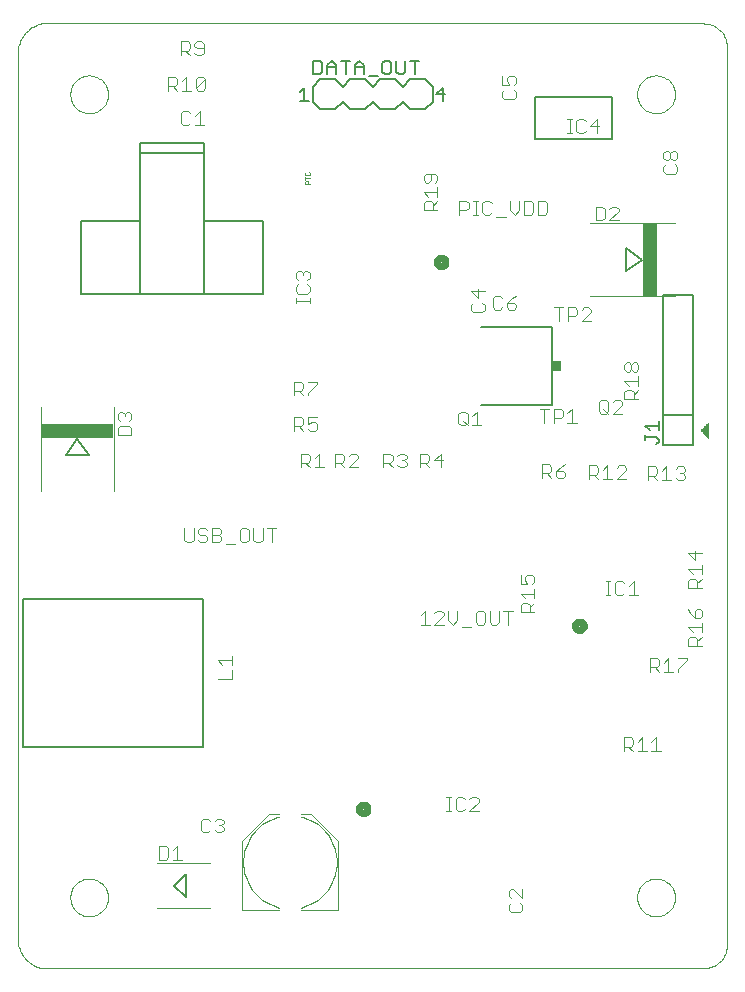
<source format=gto>
G75*
G70*
%OFA0B0*%
%FSLAX24Y24*%
%IPPOS*%
%LPD*%
%AMOC8*
5,1,8,0,0,1.08239X$1,22.5*
%
%ADD10C,0.0000*%
%ADD11C,0.0240*%
%ADD12C,0.0060*%
%ADD13C,0.0050*%
%ADD14C,0.0025*%
%ADD15C,0.0040*%
%ADD16C,0.0010*%
%ADD17C,0.0080*%
%ADD18R,0.0300X0.0340*%
%ADD19R,0.0492X0.2441*%
%ADD20R,0.2441X0.0492*%
D10*
X015719Y008027D02*
X015719Y037160D01*
X015718Y037160D02*
X015708Y037220D01*
X015702Y037280D01*
X015699Y037341D01*
X015700Y037401D01*
X015704Y037462D01*
X015713Y037522D01*
X015724Y037581D01*
X015740Y037640D01*
X015759Y037698D01*
X015781Y037754D01*
X015807Y037809D01*
X015836Y037862D01*
X015868Y037914D01*
X015903Y037963D01*
X015941Y038011D01*
X015982Y038055D01*
X016025Y038098D01*
X016071Y038137D01*
X016119Y038174D01*
X016170Y038208D01*
X016222Y038238D01*
X016276Y038266D01*
X016332Y038290D01*
X016389Y038311D01*
X016447Y038328D01*
X016506Y038342D01*
X038553Y038342D01*
X038553Y038341D02*
X038607Y038339D01*
X038660Y038334D01*
X038713Y038325D01*
X038765Y038312D01*
X038817Y038296D01*
X038867Y038276D01*
X038915Y038253D01*
X038962Y038226D01*
X039007Y038197D01*
X039050Y038164D01*
X039090Y038129D01*
X039128Y038091D01*
X039163Y038051D01*
X039196Y038008D01*
X039225Y037963D01*
X039252Y037916D01*
X039275Y037868D01*
X039295Y037818D01*
X039311Y037766D01*
X039324Y037714D01*
X039333Y037661D01*
X039338Y037608D01*
X039340Y037554D01*
X039341Y037554D02*
X039341Y007633D01*
X039340Y007633D02*
X039338Y007579D01*
X039333Y007526D01*
X039324Y007473D01*
X039311Y007421D01*
X039295Y007369D01*
X039275Y007319D01*
X039252Y007271D01*
X039225Y007224D01*
X039196Y007179D01*
X039163Y007136D01*
X039128Y007096D01*
X039090Y007058D01*
X039050Y007023D01*
X039007Y006990D01*
X038962Y006961D01*
X038915Y006934D01*
X038867Y006911D01*
X038817Y006891D01*
X038765Y006875D01*
X038713Y006862D01*
X038660Y006853D01*
X038607Y006848D01*
X038553Y006846D01*
X016506Y006846D01*
X016506Y006845D02*
X016447Y006859D01*
X016389Y006876D01*
X016332Y006897D01*
X016276Y006921D01*
X016222Y006949D01*
X016170Y006979D01*
X016119Y007013D01*
X016071Y007050D01*
X016025Y007089D01*
X015982Y007132D01*
X015941Y007176D01*
X015903Y007224D01*
X015868Y007273D01*
X015836Y007325D01*
X015807Y007378D01*
X015781Y007433D01*
X015759Y007489D01*
X015740Y007547D01*
X015724Y007606D01*
X015713Y007665D01*
X015704Y007725D01*
X015700Y007786D01*
X015699Y007846D01*
X015702Y007907D01*
X015708Y007967D01*
X015718Y008027D01*
X017451Y009208D02*
X017453Y009258D01*
X017459Y009308D01*
X017469Y009357D01*
X017483Y009405D01*
X017500Y009452D01*
X017521Y009497D01*
X017546Y009541D01*
X017574Y009582D01*
X017606Y009621D01*
X017640Y009658D01*
X017677Y009692D01*
X017717Y009722D01*
X017759Y009749D01*
X017803Y009773D01*
X017849Y009794D01*
X017896Y009810D01*
X017944Y009823D01*
X017994Y009832D01*
X018043Y009837D01*
X018094Y009838D01*
X018144Y009835D01*
X018193Y009828D01*
X018242Y009817D01*
X018290Y009802D01*
X018336Y009784D01*
X018381Y009762D01*
X018424Y009736D01*
X018465Y009707D01*
X018504Y009675D01*
X018540Y009640D01*
X018572Y009602D01*
X018602Y009562D01*
X018629Y009519D01*
X018652Y009475D01*
X018671Y009429D01*
X018687Y009381D01*
X018699Y009332D01*
X018707Y009283D01*
X018711Y009233D01*
X018711Y009183D01*
X018707Y009133D01*
X018699Y009084D01*
X018687Y009035D01*
X018671Y008987D01*
X018652Y008941D01*
X018629Y008897D01*
X018602Y008854D01*
X018572Y008814D01*
X018540Y008776D01*
X018504Y008741D01*
X018465Y008709D01*
X018424Y008680D01*
X018381Y008654D01*
X018336Y008632D01*
X018290Y008614D01*
X018242Y008599D01*
X018193Y008588D01*
X018144Y008581D01*
X018094Y008578D01*
X018043Y008579D01*
X017994Y008584D01*
X017944Y008593D01*
X017896Y008606D01*
X017849Y008622D01*
X017803Y008643D01*
X017759Y008667D01*
X017717Y008694D01*
X017677Y008724D01*
X017640Y008758D01*
X017606Y008795D01*
X017574Y008834D01*
X017546Y008875D01*
X017521Y008919D01*
X017500Y008964D01*
X017483Y009011D01*
X017469Y009059D01*
X017459Y009108D01*
X017453Y009158D01*
X017451Y009208D01*
X036349Y009208D02*
X036351Y009258D01*
X036357Y009308D01*
X036367Y009357D01*
X036381Y009405D01*
X036398Y009452D01*
X036419Y009497D01*
X036444Y009541D01*
X036472Y009582D01*
X036504Y009621D01*
X036538Y009658D01*
X036575Y009692D01*
X036615Y009722D01*
X036657Y009749D01*
X036701Y009773D01*
X036747Y009794D01*
X036794Y009810D01*
X036842Y009823D01*
X036892Y009832D01*
X036941Y009837D01*
X036992Y009838D01*
X037042Y009835D01*
X037091Y009828D01*
X037140Y009817D01*
X037188Y009802D01*
X037234Y009784D01*
X037279Y009762D01*
X037322Y009736D01*
X037363Y009707D01*
X037402Y009675D01*
X037438Y009640D01*
X037470Y009602D01*
X037500Y009562D01*
X037527Y009519D01*
X037550Y009475D01*
X037569Y009429D01*
X037585Y009381D01*
X037597Y009332D01*
X037605Y009283D01*
X037609Y009233D01*
X037609Y009183D01*
X037605Y009133D01*
X037597Y009084D01*
X037585Y009035D01*
X037569Y008987D01*
X037550Y008941D01*
X037527Y008897D01*
X037500Y008854D01*
X037470Y008814D01*
X037438Y008776D01*
X037402Y008741D01*
X037363Y008709D01*
X037322Y008680D01*
X037279Y008654D01*
X037234Y008632D01*
X037188Y008614D01*
X037140Y008599D01*
X037091Y008588D01*
X037042Y008581D01*
X036992Y008578D01*
X036941Y008579D01*
X036892Y008584D01*
X036842Y008593D01*
X036794Y008606D01*
X036747Y008622D01*
X036701Y008643D01*
X036657Y008667D01*
X036615Y008694D01*
X036575Y008724D01*
X036538Y008758D01*
X036504Y008795D01*
X036472Y008834D01*
X036444Y008875D01*
X036419Y008919D01*
X036398Y008964D01*
X036381Y009011D01*
X036367Y009059D01*
X036357Y009108D01*
X036351Y009158D01*
X036349Y009208D01*
X036349Y035979D02*
X036351Y036029D01*
X036357Y036079D01*
X036367Y036128D01*
X036381Y036176D01*
X036398Y036223D01*
X036419Y036268D01*
X036444Y036312D01*
X036472Y036353D01*
X036504Y036392D01*
X036538Y036429D01*
X036575Y036463D01*
X036615Y036493D01*
X036657Y036520D01*
X036701Y036544D01*
X036747Y036565D01*
X036794Y036581D01*
X036842Y036594D01*
X036892Y036603D01*
X036941Y036608D01*
X036992Y036609D01*
X037042Y036606D01*
X037091Y036599D01*
X037140Y036588D01*
X037188Y036573D01*
X037234Y036555D01*
X037279Y036533D01*
X037322Y036507D01*
X037363Y036478D01*
X037402Y036446D01*
X037438Y036411D01*
X037470Y036373D01*
X037500Y036333D01*
X037527Y036290D01*
X037550Y036246D01*
X037569Y036200D01*
X037585Y036152D01*
X037597Y036103D01*
X037605Y036054D01*
X037609Y036004D01*
X037609Y035954D01*
X037605Y035904D01*
X037597Y035855D01*
X037585Y035806D01*
X037569Y035758D01*
X037550Y035712D01*
X037527Y035668D01*
X037500Y035625D01*
X037470Y035585D01*
X037438Y035547D01*
X037402Y035512D01*
X037363Y035480D01*
X037322Y035451D01*
X037279Y035425D01*
X037234Y035403D01*
X037188Y035385D01*
X037140Y035370D01*
X037091Y035359D01*
X037042Y035352D01*
X036992Y035349D01*
X036941Y035350D01*
X036892Y035355D01*
X036842Y035364D01*
X036794Y035377D01*
X036747Y035393D01*
X036701Y035414D01*
X036657Y035438D01*
X036615Y035465D01*
X036575Y035495D01*
X036538Y035529D01*
X036504Y035566D01*
X036472Y035605D01*
X036444Y035646D01*
X036419Y035690D01*
X036398Y035735D01*
X036381Y035782D01*
X036367Y035830D01*
X036357Y035879D01*
X036351Y035929D01*
X036349Y035979D01*
X017451Y035979D02*
X017453Y036029D01*
X017459Y036079D01*
X017469Y036128D01*
X017483Y036176D01*
X017500Y036223D01*
X017521Y036268D01*
X017546Y036312D01*
X017574Y036353D01*
X017606Y036392D01*
X017640Y036429D01*
X017677Y036463D01*
X017717Y036493D01*
X017759Y036520D01*
X017803Y036544D01*
X017849Y036565D01*
X017896Y036581D01*
X017944Y036594D01*
X017994Y036603D01*
X018043Y036608D01*
X018094Y036609D01*
X018144Y036606D01*
X018193Y036599D01*
X018242Y036588D01*
X018290Y036573D01*
X018336Y036555D01*
X018381Y036533D01*
X018424Y036507D01*
X018465Y036478D01*
X018504Y036446D01*
X018540Y036411D01*
X018572Y036373D01*
X018602Y036333D01*
X018629Y036290D01*
X018652Y036246D01*
X018671Y036200D01*
X018687Y036152D01*
X018699Y036103D01*
X018707Y036054D01*
X018711Y036004D01*
X018711Y035954D01*
X018707Y035904D01*
X018699Y035855D01*
X018687Y035806D01*
X018671Y035758D01*
X018652Y035712D01*
X018629Y035668D01*
X018602Y035625D01*
X018572Y035585D01*
X018540Y035547D01*
X018504Y035512D01*
X018465Y035480D01*
X018424Y035451D01*
X018381Y035425D01*
X018336Y035403D01*
X018290Y035385D01*
X018242Y035370D01*
X018193Y035359D01*
X018144Y035352D01*
X018094Y035349D01*
X018043Y035350D01*
X017994Y035355D01*
X017944Y035364D01*
X017896Y035377D01*
X017849Y035393D01*
X017803Y035414D01*
X017759Y035438D01*
X017717Y035465D01*
X017677Y035495D01*
X017640Y035529D01*
X017606Y035566D01*
X017574Y035605D01*
X017546Y035646D01*
X017521Y035690D01*
X017500Y035735D01*
X017483Y035782D01*
X017469Y035830D01*
X017459Y035879D01*
X017453Y035929D01*
X017451Y035979D01*
D11*
X029671Y030389D02*
X029673Y030412D01*
X029679Y030435D01*
X029688Y030457D01*
X029701Y030476D01*
X029717Y030493D01*
X029735Y030508D01*
X029756Y030519D01*
X029778Y030527D01*
X029801Y030531D01*
X029825Y030531D01*
X029848Y030527D01*
X029870Y030519D01*
X029891Y030508D01*
X029909Y030493D01*
X029925Y030476D01*
X029938Y030457D01*
X029947Y030435D01*
X029953Y030412D01*
X029955Y030389D01*
X029953Y030366D01*
X029947Y030343D01*
X029938Y030321D01*
X029925Y030302D01*
X029909Y030285D01*
X029891Y030270D01*
X029870Y030259D01*
X029848Y030251D01*
X029825Y030247D01*
X029801Y030247D01*
X029778Y030251D01*
X029756Y030259D01*
X029735Y030270D01*
X029717Y030285D01*
X029701Y030302D01*
X029688Y030321D01*
X029679Y030343D01*
X029673Y030366D01*
X029671Y030389D01*
X034278Y018263D02*
X034280Y018286D01*
X034286Y018309D01*
X034295Y018331D01*
X034308Y018350D01*
X034324Y018367D01*
X034342Y018382D01*
X034363Y018393D01*
X034385Y018401D01*
X034408Y018405D01*
X034432Y018405D01*
X034455Y018401D01*
X034477Y018393D01*
X034498Y018382D01*
X034516Y018367D01*
X034532Y018350D01*
X034545Y018331D01*
X034554Y018309D01*
X034560Y018286D01*
X034562Y018263D01*
X034560Y018240D01*
X034554Y018217D01*
X034545Y018195D01*
X034532Y018176D01*
X034516Y018159D01*
X034498Y018144D01*
X034477Y018133D01*
X034455Y018125D01*
X034432Y018121D01*
X034408Y018121D01*
X034385Y018125D01*
X034363Y018133D01*
X034342Y018144D01*
X034324Y018159D01*
X034308Y018176D01*
X034295Y018195D01*
X034286Y018217D01*
X034280Y018240D01*
X034278Y018263D01*
X027073Y012160D02*
X027075Y012183D01*
X027081Y012206D01*
X027090Y012228D01*
X027103Y012247D01*
X027119Y012264D01*
X027137Y012279D01*
X027158Y012290D01*
X027180Y012298D01*
X027203Y012302D01*
X027227Y012302D01*
X027250Y012298D01*
X027272Y012290D01*
X027293Y012279D01*
X027311Y012264D01*
X027327Y012247D01*
X027340Y012228D01*
X027349Y012206D01*
X027355Y012183D01*
X027357Y012160D01*
X027355Y012137D01*
X027349Y012114D01*
X027340Y012092D01*
X027327Y012073D01*
X027311Y012056D01*
X027293Y012041D01*
X027272Y012030D01*
X027250Y012022D01*
X027227Y012018D01*
X027203Y012018D01*
X027180Y012022D01*
X027158Y012030D01*
X027137Y012041D01*
X027119Y012056D01*
X027103Y012073D01*
X027090Y012092D01*
X027081Y012114D01*
X027075Y012137D01*
X027073Y012160D01*
D12*
X037215Y024290D02*
X037215Y025290D01*
X038215Y025290D01*
X038215Y024290D01*
X037215Y024290D01*
X037215Y025290D02*
X037215Y029290D01*
X038215Y029290D01*
X038215Y025290D01*
X029280Y035479D02*
X028780Y035479D01*
X028530Y035729D01*
X028280Y035479D01*
X027780Y035479D01*
X027530Y035729D01*
X027280Y035479D01*
X026780Y035479D01*
X026530Y035729D01*
X026280Y035479D01*
X025780Y035479D01*
X025530Y035729D01*
X025530Y036229D01*
X025780Y036479D01*
X026280Y036479D01*
X026530Y036229D01*
X026780Y036479D01*
X027280Y036479D01*
X027530Y036229D01*
X027780Y036479D01*
X028280Y036479D01*
X028530Y036229D01*
X028780Y036479D01*
X029280Y036479D01*
X029530Y036229D01*
X029530Y035729D01*
X029280Y035479D01*
D13*
X029655Y035980D02*
X029955Y035980D01*
X029880Y036205D02*
X029655Y035980D01*
X029880Y035754D02*
X029880Y036205D01*
X028928Y036654D02*
X028928Y037105D01*
X028778Y037105D02*
X029078Y037105D01*
X028617Y037105D02*
X028617Y036729D01*
X028542Y036654D01*
X028392Y036654D01*
X028317Y036729D01*
X028317Y037105D01*
X028157Y037030D02*
X028082Y037105D01*
X027932Y037105D01*
X027857Y037030D01*
X027857Y036729D01*
X027932Y036654D01*
X028082Y036654D01*
X028157Y036729D01*
X028157Y037030D01*
X027697Y036579D02*
X027396Y036579D01*
X027236Y036654D02*
X027236Y036955D01*
X027086Y037105D01*
X026936Y036955D01*
X026936Y036654D01*
X026936Y036880D02*
X027236Y036880D01*
X026776Y037105D02*
X026476Y037105D01*
X026626Y037105D02*
X026626Y036654D01*
X026315Y036654D02*
X026315Y036955D01*
X026165Y037105D01*
X026015Y036955D01*
X026015Y036654D01*
X025855Y036729D02*
X025855Y037030D01*
X025780Y037105D01*
X025555Y037105D01*
X025555Y036654D01*
X025780Y036654D01*
X025855Y036729D01*
X026015Y036880D02*
X026315Y036880D01*
X025255Y036205D02*
X025255Y035754D01*
X025105Y035754D02*
X025405Y035754D01*
X025105Y036055D02*
X025255Y036205D01*
X021900Y034365D02*
X019774Y034365D01*
X019774Y034011D01*
X021900Y034011D01*
X021900Y034365D01*
X021900Y034011D02*
X021900Y031767D01*
X023868Y031767D01*
X023868Y029326D01*
X021900Y029326D01*
X021900Y031767D01*
X019774Y031767D02*
X019774Y029326D01*
X017805Y029326D01*
X017805Y031767D01*
X019774Y031767D01*
X019774Y034011D01*
X019774Y029326D02*
X021900Y029326D01*
X021860Y019149D02*
X015876Y019149D01*
X015876Y014227D01*
X021860Y014227D01*
X021860Y019149D01*
X036614Y024466D02*
X036614Y024616D01*
X036614Y024541D02*
X036990Y024541D01*
X037065Y024466D01*
X037065Y024390D01*
X036990Y024315D01*
X037065Y024776D02*
X037065Y025076D01*
X037065Y024926D02*
X036614Y024926D01*
X036765Y024776D01*
D14*
X038465Y024790D02*
X038715Y025040D01*
X038715Y024540D01*
X038465Y024790D01*
X038468Y024793D02*
X038715Y024793D01*
X038715Y024770D02*
X038486Y024770D01*
X038509Y024746D02*
X038715Y024746D01*
X038715Y024723D02*
X038533Y024723D01*
X038556Y024699D02*
X038715Y024699D01*
X038715Y024676D02*
X038579Y024676D01*
X038603Y024652D02*
X038715Y024652D01*
X038715Y024629D02*
X038626Y024629D01*
X038650Y024605D02*
X038715Y024605D01*
X038715Y024582D02*
X038673Y024582D01*
X038697Y024559D02*
X038715Y024559D01*
X038715Y024817D02*
X038491Y024817D01*
X038514Y024840D02*
X038715Y024840D01*
X038715Y024863D02*
X038538Y024863D01*
X038561Y024887D02*
X038715Y024887D01*
X038715Y024910D02*
X038585Y024910D01*
X038608Y024934D02*
X038715Y024934D01*
X038715Y024957D02*
X038632Y024957D01*
X038655Y024981D02*
X038715Y024981D01*
X038715Y025004D02*
X038679Y025004D01*
X038702Y025028D02*
X038715Y025028D01*
D15*
X037860Y023574D02*
X037937Y023497D01*
X037937Y023420D01*
X037860Y023344D01*
X037937Y023267D01*
X037937Y023190D01*
X037860Y023114D01*
X037707Y023114D01*
X037630Y023190D01*
X037477Y023114D02*
X037170Y023114D01*
X037323Y023114D02*
X037323Y023574D01*
X037170Y023420D01*
X037016Y023344D02*
X037016Y023497D01*
X036939Y023574D01*
X036709Y023574D01*
X036709Y023114D01*
X036709Y023267D02*
X036939Y023267D01*
X037016Y023344D01*
X036863Y023267D02*
X037016Y023114D01*
X037630Y023497D02*
X037707Y023574D01*
X037860Y023574D01*
X037860Y023344D02*
X037783Y023344D01*
X035968Y023460D02*
X035968Y023537D01*
X035892Y023613D01*
X035738Y023613D01*
X035662Y023537D01*
X035968Y023460D02*
X035662Y023153D01*
X035968Y023153D01*
X035508Y023153D02*
X035201Y023153D01*
X035048Y023153D02*
X034894Y023306D01*
X034971Y023306D02*
X034741Y023306D01*
X034741Y023153D02*
X034741Y023613D01*
X034971Y023613D01*
X035048Y023537D01*
X035048Y023383D01*
X034971Y023306D01*
X035201Y023460D02*
X035355Y023613D01*
X035355Y023153D01*
X033946Y023265D02*
X033946Y023342D01*
X033869Y023419D01*
X033639Y023419D01*
X033639Y023265D01*
X033715Y023188D01*
X033869Y023188D01*
X033946Y023265D01*
X033792Y023572D02*
X033639Y023419D01*
X033485Y023419D02*
X033408Y023342D01*
X033178Y023342D01*
X033178Y023188D02*
X033178Y023649D01*
X033408Y023649D01*
X033485Y023572D01*
X033485Y023419D01*
X033332Y023342D02*
X033485Y023188D01*
X033792Y023572D02*
X033946Y023649D01*
X034022Y025035D02*
X034329Y025035D01*
X034175Y025035D02*
X034175Y025495D01*
X034022Y025342D01*
X033868Y025419D02*
X033868Y025265D01*
X033792Y025188D01*
X033561Y025188D01*
X033561Y025035D02*
X033561Y025495D01*
X033792Y025495D01*
X033868Y025419D01*
X033408Y025495D02*
X033101Y025495D01*
X033254Y025495D02*
X033254Y025035D01*
X031152Y024944D02*
X030845Y024944D01*
X030692Y024944D02*
X030538Y025098D01*
X030462Y024944D02*
X030385Y025021D01*
X030385Y025328D01*
X030462Y025405D01*
X030615Y025405D01*
X030692Y025328D01*
X030692Y025021D01*
X030615Y024944D01*
X030462Y024944D01*
X030845Y025251D02*
X030999Y025405D01*
X030999Y024944D01*
X029801Y024007D02*
X029571Y023777D01*
X029878Y023777D01*
X029801Y023547D02*
X029801Y024007D01*
X029418Y023930D02*
X029418Y023777D01*
X029341Y023700D01*
X029111Y023700D01*
X029264Y023700D02*
X029418Y023547D01*
X029111Y023547D02*
X029111Y024007D01*
X029341Y024007D01*
X029418Y023930D01*
X028658Y023930D02*
X028658Y023854D01*
X028581Y023777D01*
X028658Y023700D01*
X028658Y023623D01*
X028581Y023547D01*
X028427Y023547D01*
X028351Y023623D01*
X028197Y023547D02*
X028044Y023700D01*
X028121Y023700D02*
X027890Y023700D01*
X027890Y023547D02*
X027890Y024007D01*
X028121Y024007D01*
X028197Y023930D01*
X028197Y023777D01*
X028121Y023700D01*
X028351Y023930D02*
X028427Y024007D01*
X028581Y024007D01*
X028658Y023930D01*
X028581Y023777D02*
X028504Y023777D01*
X027043Y023854D02*
X027043Y023930D01*
X026967Y024007D01*
X026813Y024007D01*
X026737Y023930D01*
X026583Y023930D02*
X026583Y023777D01*
X026506Y023700D01*
X026276Y023700D01*
X026276Y023547D02*
X026276Y024007D01*
X026506Y024007D01*
X026583Y023930D01*
X026430Y023700D02*
X026583Y023547D01*
X026737Y023547D02*
X027043Y023854D01*
X027043Y023547D02*
X026737Y023547D01*
X025902Y023547D02*
X025595Y023547D01*
X025748Y023547D02*
X025748Y024007D01*
X025595Y023854D01*
X025441Y023930D02*
X025441Y023777D01*
X025365Y023700D01*
X025134Y023700D01*
X025134Y023547D02*
X025134Y024007D01*
X025365Y024007D01*
X025441Y023930D01*
X025288Y023700D02*
X025441Y023547D01*
X025448Y024763D02*
X025371Y024840D01*
X025448Y024763D02*
X025601Y024763D01*
X025678Y024840D01*
X025678Y024993D01*
X025601Y025070D01*
X025524Y025070D01*
X025371Y024993D01*
X025371Y025224D01*
X025678Y025224D01*
X025217Y025147D02*
X025217Y024993D01*
X025141Y024917D01*
X024910Y024917D01*
X024910Y024763D02*
X024910Y025224D01*
X025141Y025224D01*
X025217Y025147D01*
X025064Y024917D02*
X025217Y024763D01*
X025217Y025944D02*
X025064Y026098D01*
X025141Y026098D02*
X024910Y026098D01*
X024910Y025944D02*
X024910Y026405D01*
X025141Y026405D01*
X025217Y026328D01*
X025217Y026174D01*
X025141Y026098D01*
X025371Y026021D02*
X025371Y025944D01*
X025371Y026021D02*
X025678Y026328D01*
X025678Y026405D01*
X025371Y026405D01*
X025434Y029029D02*
X025434Y029182D01*
X025434Y029106D02*
X024974Y029106D01*
X024974Y029182D02*
X024974Y029029D01*
X025051Y029336D02*
X025357Y029336D01*
X025434Y029413D01*
X025434Y029566D01*
X025357Y029643D01*
X025357Y029796D02*
X025434Y029873D01*
X025434Y030026D01*
X025357Y030103D01*
X025281Y030103D01*
X025204Y030026D01*
X025204Y029950D01*
X025204Y030026D02*
X025127Y030103D01*
X025051Y030103D01*
X024974Y030026D01*
X024974Y029873D01*
X025051Y029796D01*
X025051Y029643D02*
X024974Y029566D01*
X024974Y029413D01*
X025051Y029336D01*
X029230Y032112D02*
X029230Y032343D01*
X029307Y032419D01*
X029461Y032419D01*
X029537Y032343D01*
X029537Y032112D01*
X029537Y032266D02*
X029691Y032419D01*
X029691Y032573D02*
X029691Y032880D01*
X029691Y032726D02*
X029230Y032726D01*
X029384Y032573D01*
X029384Y033033D02*
X029307Y033033D01*
X029230Y033110D01*
X029230Y033263D01*
X029307Y033340D01*
X029614Y033340D01*
X029691Y033263D01*
X029691Y033110D01*
X029614Y033033D01*
X029461Y033110D02*
X029461Y033340D01*
X029461Y033110D02*
X029384Y033033D01*
X029230Y032112D02*
X029691Y032112D01*
X030424Y032117D02*
X030654Y032117D01*
X030731Y032194D01*
X030731Y032348D01*
X030654Y032424D01*
X030424Y032424D01*
X030424Y031964D01*
X030884Y031964D02*
X031038Y031964D01*
X030961Y031964D02*
X030961Y032424D01*
X030884Y032424D02*
X031038Y032424D01*
X031191Y032348D02*
X031191Y032041D01*
X031268Y031964D01*
X031421Y031964D01*
X031498Y032041D01*
X031652Y031887D02*
X031958Y031887D01*
X032112Y032117D02*
X032265Y031964D01*
X032419Y032117D01*
X032419Y032424D01*
X032572Y032424D02*
X032802Y032424D01*
X032879Y032348D01*
X032879Y032041D01*
X032802Y031964D01*
X032572Y031964D01*
X032572Y032424D01*
X032112Y032424D02*
X032112Y032117D01*
X031498Y032348D02*
X031421Y032424D01*
X031268Y032424D01*
X031191Y032348D01*
X033033Y032424D02*
X033033Y031964D01*
X033263Y031964D01*
X033340Y032041D01*
X033340Y032348D01*
X033263Y032424D01*
X033033Y032424D01*
X034789Y031690D02*
X037593Y031690D01*
X037602Y033334D02*
X037679Y033411D01*
X037679Y033564D01*
X037602Y033641D01*
X037602Y033794D02*
X037526Y033794D01*
X037449Y033871D01*
X037449Y034025D01*
X037526Y034101D01*
X037602Y034101D01*
X037679Y034025D01*
X037679Y033871D01*
X037602Y033794D01*
X037449Y033871D02*
X037372Y033794D01*
X037295Y033794D01*
X037219Y033871D01*
X037219Y034025D01*
X037295Y034101D01*
X037372Y034101D01*
X037449Y034025D01*
X037295Y033641D02*
X037219Y033564D01*
X037219Y033411D01*
X037295Y033334D01*
X037602Y033334D01*
X035727Y032159D02*
X035650Y032236D01*
X035496Y032236D01*
X035420Y032159D01*
X035266Y032159D02*
X035190Y032236D01*
X034959Y032236D01*
X034959Y031775D01*
X035190Y031775D01*
X035266Y031852D01*
X035266Y032159D01*
X035420Y031775D02*
X035727Y032082D01*
X035727Y032159D01*
X035727Y031775D02*
X035420Y031775D01*
X034789Y029245D02*
X037593Y029245D01*
X036307Y027041D02*
X036384Y026964D01*
X036384Y026811D01*
X036307Y026734D01*
X036230Y026734D01*
X036154Y026811D01*
X036154Y026964D01*
X036230Y027041D01*
X036307Y027041D01*
X036154Y026964D02*
X036077Y027041D01*
X036000Y027041D01*
X035923Y026964D01*
X035923Y026811D01*
X036000Y026734D01*
X036077Y026734D01*
X036154Y026811D01*
X036384Y026580D02*
X036384Y026273D01*
X036384Y026120D02*
X036230Y025967D01*
X036230Y026043D02*
X036230Y025813D01*
X036384Y025813D02*
X035923Y025813D01*
X035923Y026043D01*
X036000Y026120D01*
X036154Y026120D01*
X036230Y026043D01*
X036077Y026273D02*
X035923Y026427D01*
X036384Y026427D01*
X035758Y025792D02*
X035835Y025716D01*
X035835Y025639D01*
X035528Y025332D01*
X035835Y025332D01*
X035374Y025332D02*
X035221Y025486D01*
X035374Y025409D02*
X035298Y025332D01*
X035144Y025332D01*
X035068Y025409D01*
X035068Y025716D01*
X035144Y025792D01*
X035298Y025792D01*
X035374Y025716D01*
X035374Y025409D01*
X035528Y025716D02*
X035605Y025792D01*
X035758Y025792D01*
X034801Y028421D02*
X034494Y028421D01*
X034801Y028728D01*
X034801Y028804D01*
X034724Y028881D01*
X034571Y028881D01*
X034494Y028804D01*
X034341Y028804D02*
X034341Y028651D01*
X034264Y028574D01*
X034034Y028574D01*
X034034Y028421D02*
X034034Y028881D01*
X034264Y028881D01*
X034341Y028804D01*
X033880Y028881D02*
X033573Y028881D01*
X033727Y028881D02*
X033727Y028421D01*
X032313Y028877D02*
X032313Y028954D01*
X032237Y029030D01*
X032006Y029030D01*
X032006Y028877D01*
X032083Y028800D01*
X032237Y028800D01*
X032313Y028877D01*
X032160Y029184D02*
X032006Y029030D01*
X031853Y028877D02*
X031776Y028800D01*
X031623Y028800D01*
X031546Y028877D01*
X031546Y029184D01*
X031623Y029261D01*
X031776Y029261D01*
X031853Y029184D01*
X032160Y029184D02*
X032313Y029261D01*
X031262Y029418D02*
X030801Y029418D01*
X031032Y029188D01*
X031032Y029495D01*
X031185Y029035D02*
X031262Y028958D01*
X031262Y028804D01*
X031185Y028728D01*
X030878Y028728D01*
X030801Y028804D01*
X030801Y028958D01*
X030878Y029035D01*
X034015Y034692D02*
X034168Y034692D01*
X034092Y034692D02*
X034092Y035152D01*
X034168Y035152D02*
X034015Y035152D01*
X034322Y035076D02*
X034322Y034769D01*
X034399Y034692D01*
X034552Y034692D01*
X034629Y034769D01*
X034782Y034922D02*
X035089Y034922D01*
X035013Y034692D02*
X035013Y035152D01*
X034782Y034922D01*
X034629Y035076D02*
X034552Y035152D01*
X034399Y035152D01*
X034322Y035076D01*
X032303Y035905D02*
X032303Y036059D01*
X032226Y036136D01*
X032226Y036289D02*
X032303Y036366D01*
X032303Y036519D01*
X032226Y036596D01*
X032073Y036596D01*
X031996Y036519D01*
X031996Y036442D01*
X032073Y036289D01*
X031843Y036289D01*
X031843Y036596D01*
X031919Y036136D02*
X031843Y036059D01*
X031843Y035905D01*
X031919Y035829D01*
X032226Y035829D01*
X032303Y035905D01*
X021938Y036178D02*
X021861Y036102D01*
X021707Y036102D01*
X021631Y036178D01*
X021938Y036485D01*
X021938Y036178D01*
X021631Y036178D02*
X021631Y036485D01*
X021707Y036562D01*
X021861Y036562D01*
X021938Y036485D01*
X021477Y036102D02*
X021170Y036102D01*
X021017Y036102D02*
X020863Y036255D01*
X020940Y036255D02*
X020710Y036255D01*
X020710Y036102D02*
X020710Y036562D01*
X020940Y036562D01*
X021017Y036485D01*
X021017Y036332D01*
X020940Y036255D01*
X021170Y036409D02*
X021324Y036562D01*
X021324Y036102D01*
X021375Y035420D02*
X021221Y035420D01*
X021145Y035344D01*
X021145Y035037D01*
X021221Y034960D01*
X021375Y034960D01*
X021452Y035037D01*
X021605Y034960D02*
X021912Y034960D01*
X021759Y034960D02*
X021759Y035420D01*
X021605Y035267D01*
X021452Y035344D02*
X021375Y035420D01*
X021438Y037283D02*
X021284Y037436D01*
X021361Y037436D02*
X021131Y037436D01*
X021131Y037283D02*
X021131Y037743D01*
X021361Y037743D01*
X021438Y037667D01*
X021438Y037513D01*
X021361Y037436D01*
X021591Y037360D02*
X021668Y037283D01*
X021822Y037283D01*
X021898Y037360D01*
X021898Y037667D01*
X021822Y037743D01*
X021668Y037743D01*
X021591Y037667D01*
X021591Y037590D01*
X021668Y037513D01*
X021898Y037513D01*
X018910Y025570D02*
X018910Y022767D01*
X019029Y024629D02*
X019029Y024860D01*
X019106Y024936D01*
X019413Y024936D01*
X019490Y024860D01*
X019490Y024629D01*
X019029Y024629D01*
X019106Y025090D02*
X019029Y025167D01*
X019029Y025320D01*
X019106Y025397D01*
X019183Y025397D01*
X019260Y025320D01*
X019336Y025397D01*
X019413Y025397D01*
X019490Y025320D01*
X019490Y025167D01*
X019413Y025090D01*
X019260Y025243D02*
X019260Y025320D01*
X016465Y025570D02*
X016465Y022767D01*
X021251Y021519D02*
X021251Y021135D01*
X021327Y021058D01*
X021481Y021058D01*
X021558Y021135D01*
X021558Y021519D01*
X021711Y021442D02*
X021788Y021519D01*
X021941Y021519D01*
X022018Y021442D01*
X021941Y021289D02*
X022018Y021212D01*
X022018Y021135D01*
X021941Y021058D01*
X021788Y021058D01*
X021711Y021135D01*
X021788Y021289D02*
X021941Y021289D01*
X021788Y021289D02*
X021711Y021365D01*
X021711Y021442D01*
X022171Y021519D02*
X022402Y021519D01*
X022478Y021442D01*
X022478Y021365D01*
X022402Y021289D01*
X022171Y021289D01*
X022171Y021519D02*
X022171Y021058D01*
X022402Y021058D01*
X022478Y021135D01*
X022478Y021212D01*
X022402Y021289D01*
X022632Y020982D02*
X022939Y020982D01*
X023092Y021135D02*
X023169Y021058D01*
X023322Y021058D01*
X023399Y021135D01*
X023399Y021442D01*
X023322Y021519D01*
X023169Y021519D01*
X023092Y021442D01*
X023092Y021135D01*
X023553Y021135D02*
X023553Y021519D01*
X023859Y021519D02*
X023859Y021135D01*
X023783Y021058D01*
X023629Y021058D01*
X023553Y021135D01*
X024013Y021519D02*
X024320Y021519D01*
X024166Y021519D02*
X024166Y021058D01*
X022829Y017263D02*
X022829Y016956D01*
X022829Y017109D02*
X022368Y017109D01*
X022522Y016956D01*
X022829Y016802D02*
X022829Y016495D01*
X022368Y016495D01*
X024065Y012003D02*
X024420Y012003D01*
X024065Y012003D02*
X023160Y011098D01*
X023160Y008775D01*
X024420Y008775D01*
X025128Y008775D02*
X026388Y008775D01*
X026388Y011098D01*
X025483Y012003D01*
X025128Y012003D01*
X025128Y011905D02*
X025205Y011885D01*
X025280Y011862D01*
X025354Y011834D01*
X025426Y011803D01*
X025497Y011768D01*
X025566Y011730D01*
X025632Y011688D01*
X025697Y011643D01*
X025759Y011595D01*
X025819Y011543D01*
X025876Y011489D01*
X025930Y011432D01*
X025982Y011372D01*
X026030Y011310D01*
X026075Y011245D01*
X026116Y011178D01*
X026154Y011109D01*
X026189Y011038D01*
X026220Y010966D01*
X026248Y010892D01*
X026271Y010817D01*
X026291Y010741D01*
X026307Y010663D01*
X026319Y010585D01*
X026327Y010507D01*
X026331Y010428D01*
X026331Y010350D01*
X026327Y010271D01*
X026319Y010193D01*
X026307Y010115D01*
X026291Y010037D01*
X026271Y009961D01*
X026248Y009886D01*
X026220Y009812D01*
X026189Y009740D01*
X026154Y009669D01*
X026116Y009600D01*
X026075Y009533D01*
X026030Y009468D01*
X025982Y009406D01*
X025930Y009346D01*
X025876Y009289D01*
X025819Y009235D01*
X025759Y009183D01*
X025697Y009135D01*
X025632Y009090D01*
X025566Y009048D01*
X025497Y009010D01*
X025426Y008975D01*
X025354Y008944D01*
X025280Y008916D01*
X025205Y008893D01*
X025128Y008873D01*
X024420Y008873D02*
X024343Y008893D01*
X024268Y008916D01*
X024194Y008944D01*
X024122Y008975D01*
X024051Y009010D01*
X023982Y009048D01*
X023916Y009090D01*
X023851Y009135D01*
X023789Y009183D01*
X023729Y009235D01*
X023672Y009289D01*
X023618Y009346D01*
X023566Y009406D01*
X023518Y009468D01*
X023473Y009533D01*
X023432Y009600D01*
X023394Y009669D01*
X023359Y009740D01*
X023328Y009812D01*
X023300Y009886D01*
X023277Y009961D01*
X023257Y010037D01*
X023241Y010115D01*
X023229Y010193D01*
X023221Y010271D01*
X023217Y010350D01*
X023217Y010428D01*
X023221Y010507D01*
X023229Y010585D01*
X023241Y010663D01*
X023257Y010741D01*
X023277Y010817D01*
X023300Y010892D01*
X023328Y010966D01*
X023359Y011038D01*
X023394Y011109D01*
X023432Y011178D01*
X023473Y011245D01*
X023518Y011310D01*
X023566Y011372D01*
X023618Y011432D01*
X023672Y011489D01*
X023729Y011543D01*
X023789Y011595D01*
X023851Y011643D01*
X023916Y011688D01*
X023982Y011730D01*
X024051Y011768D01*
X024122Y011803D01*
X024194Y011834D01*
X024268Y011862D01*
X024343Y011885D01*
X024420Y011905D01*
X022566Y011761D02*
X022566Y011684D01*
X022489Y011608D01*
X022566Y011531D01*
X022566Y011454D01*
X022489Y011377D01*
X022335Y011377D01*
X022259Y011454D01*
X022105Y011454D02*
X022028Y011377D01*
X021875Y011377D01*
X021798Y011454D01*
X021798Y011761D01*
X021875Y011838D01*
X022028Y011838D01*
X022105Y011761D01*
X022259Y011761D02*
X022335Y011838D01*
X022489Y011838D01*
X022566Y011761D01*
X022489Y011608D02*
X022412Y011608D01*
X022121Y010351D02*
X020341Y010351D01*
X020401Y010471D02*
X020631Y010471D01*
X020708Y010548D01*
X020708Y010855D01*
X020631Y010932D01*
X020401Y010932D01*
X020401Y010471D01*
X020861Y010471D02*
X021168Y010471D01*
X021014Y010471D02*
X021014Y010932D01*
X020861Y010778D01*
X020341Y008851D02*
X022121Y008851D01*
X029987Y012090D02*
X030140Y012090D01*
X030064Y012090D02*
X030064Y012550D01*
X030140Y012550D02*
X029987Y012550D01*
X030294Y012474D02*
X030294Y012167D01*
X030370Y012090D01*
X030524Y012090D01*
X030601Y012167D01*
X030754Y012090D02*
X031061Y012397D01*
X031061Y012474D01*
X030984Y012550D01*
X030831Y012550D01*
X030754Y012474D01*
X030601Y012474D02*
X030524Y012550D01*
X030370Y012550D01*
X030294Y012474D01*
X030754Y012090D02*
X031061Y012090D01*
X032138Y009495D02*
X032061Y009418D01*
X032061Y009265D01*
X032138Y009188D01*
X032138Y009035D02*
X032061Y008958D01*
X032061Y008804D01*
X032138Y008728D01*
X032445Y008728D01*
X032522Y008804D01*
X032522Y008958D01*
X032445Y009035D01*
X032522Y009188D02*
X032215Y009495D01*
X032138Y009495D01*
X032522Y009495D02*
X032522Y009188D01*
X035898Y014086D02*
X035898Y014546D01*
X036128Y014546D01*
X036205Y014470D01*
X036205Y014316D01*
X036128Y014239D01*
X035898Y014239D01*
X036052Y014239D02*
X036205Y014086D01*
X036359Y014086D02*
X036666Y014086D01*
X036819Y014086D02*
X037126Y014086D01*
X036972Y014086D02*
X036972Y014546D01*
X036819Y014393D01*
X036512Y014546D02*
X036512Y014086D01*
X036359Y014393D02*
X036512Y014546D01*
X036773Y016732D02*
X036773Y017192D01*
X037003Y017192D01*
X037080Y017115D01*
X037080Y016962D01*
X037003Y016885D01*
X036773Y016885D01*
X036926Y016885D02*
X037080Y016732D01*
X037233Y016732D02*
X037540Y016732D01*
X037387Y016732D02*
X037387Y017192D01*
X037233Y017039D01*
X037694Y017192D02*
X038001Y017192D01*
X038001Y017115D01*
X037694Y016808D01*
X037694Y016732D01*
X038045Y017600D02*
X038045Y017830D01*
X038122Y017907D01*
X038276Y017907D01*
X038352Y017830D01*
X038352Y017600D01*
X038352Y017753D02*
X038506Y017907D01*
X038506Y018060D02*
X038506Y018367D01*
X038506Y018214D02*
X038045Y018214D01*
X038199Y018060D01*
X038276Y018521D02*
X038276Y018751D01*
X038352Y018828D01*
X038429Y018828D01*
X038506Y018751D01*
X038506Y018597D01*
X038429Y018521D01*
X038276Y018521D01*
X038122Y018674D01*
X038045Y018828D01*
X038045Y019529D02*
X038045Y019759D01*
X038122Y019836D01*
X038276Y019836D01*
X038352Y019759D01*
X038352Y019529D01*
X038352Y019682D02*
X038506Y019836D01*
X038506Y019989D02*
X038506Y020296D01*
X038506Y020143D02*
X038045Y020143D01*
X038199Y019989D01*
X038276Y020450D02*
X038276Y020757D01*
X038506Y020680D02*
X038045Y020680D01*
X038276Y020450D01*
X038506Y019529D02*
X038045Y019529D01*
X036378Y019297D02*
X036071Y019297D01*
X036225Y019297D02*
X036225Y019757D01*
X036071Y019604D01*
X035918Y019680D02*
X035841Y019757D01*
X035687Y019757D01*
X035611Y019680D01*
X035611Y019373D01*
X035687Y019297D01*
X035841Y019297D01*
X035918Y019373D01*
X035457Y019297D02*
X035304Y019297D01*
X035380Y019297D02*
X035380Y019757D01*
X035304Y019757D02*
X035457Y019757D01*
X032919Y019724D02*
X032843Y019647D01*
X032919Y019724D02*
X032919Y019877D01*
X032843Y019954D01*
X032689Y019954D01*
X032612Y019877D01*
X032612Y019801D01*
X032689Y019647D01*
X032459Y019647D01*
X032459Y019954D01*
X032459Y019340D02*
X032919Y019340D01*
X032919Y019187D02*
X032919Y019494D01*
X032612Y019187D02*
X032459Y019340D01*
X032536Y019033D02*
X032689Y019033D01*
X032766Y018957D01*
X032766Y018726D01*
X032919Y018726D02*
X032459Y018726D01*
X032459Y018957D01*
X032536Y019033D01*
X032766Y018880D02*
X032919Y019033D01*
X032194Y018763D02*
X031887Y018763D01*
X032040Y018763D02*
X032040Y018303D01*
X031733Y018379D02*
X031733Y018763D01*
X031427Y018763D02*
X031427Y018379D01*
X031503Y018303D01*
X031657Y018303D01*
X031733Y018379D01*
X031273Y018379D02*
X031273Y018686D01*
X031196Y018763D01*
X031043Y018763D01*
X030966Y018686D01*
X030966Y018379D01*
X031043Y018303D01*
X031196Y018303D01*
X031273Y018379D01*
X030813Y018226D02*
X030506Y018226D01*
X030352Y018456D02*
X030352Y018763D01*
X030045Y018763D02*
X030045Y018456D01*
X030199Y018303D01*
X030352Y018456D01*
X029892Y018303D02*
X029585Y018303D01*
X029892Y018609D01*
X029892Y018686D01*
X029815Y018763D01*
X029662Y018763D01*
X029585Y018686D01*
X029278Y018763D02*
X029278Y018303D01*
X029125Y018303D02*
X029432Y018303D01*
X029125Y018609D02*
X029278Y018763D01*
X038045Y017600D02*
X038506Y017600D01*
D16*
X025441Y032983D02*
X025291Y032983D01*
X025291Y033058D01*
X025316Y033083D01*
X025366Y033083D01*
X025391Y033058D01*
X025391Y032983D01*
X025291Y033131D02*
X025291Y033231D01*
X025291Y033181D02*
X025441Y033181D01*
X025416Y033278D02*
X025441Y033303D01*
X025441Y033353D01*
X025416Y033378D01*
X025416Y033278D02*
X025316Y033278D01*
X025291Y033303D01*
X025291Y033353D01*
X025316Y033378D01*
D17*
X031138Y028214D02*
X033498Y028214D01*
X033498Y025634D01*
X031138Y025634D01*
X035977Y030074D02*
X035977Y030861D01*
X036518Y030468D01*
X035977Y030074D01*
X035513Y034492D02*
X032933Y034492D01*
X032933Y035892D01*
X035513Y035892D01*
X035513Y034492D01*
X018081Y023955D02*
X017294Y023955D01*
X017687Y024495D01*
X018081Y023955D01*
X021307Y009995D02*
X020904Y009601D01*
X021307Y009208D01*
X021307Y009995D01*
D18*
X033688Y026924D03*
D19*
X036772Y030468D03*
D20*
X017687Y024749D03*
M02*

</source>
